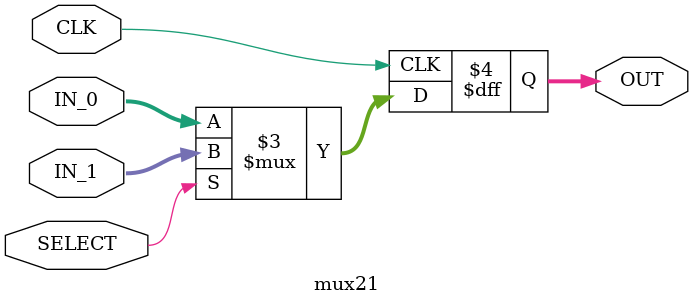
<source format=v>
module mux21(
				IN_0,
				IN_1,
				CLK,
				
				OUT,
				
				SELECT
		
				);
				
parameter size = 8;

input [size - 1 : 0] IN_0;	
input [size - 1 : 0] IN_1;	
input CLK;
input SELECT;
				
output reg [size - 1 : 0] OUT;

always @(posedge CLK) begin
	OUT <= (SELECT == 1) ? IN_1 : IN_0;
end
				
endmodule
</source>
